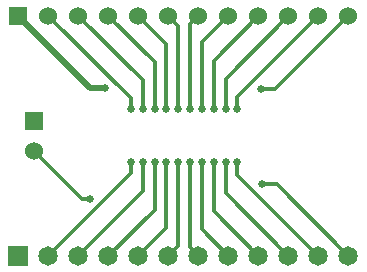
<source format=gbl>
G04 (created by PCBNEW (2013-01-25 BZR 3922)-testing) date Sat 26 Jan 2013 09:44:33 AM CET*
%MOIN*%
G04 Gerber Fmt 3.4, Leading zero omitted, Abs format*
%FSLAX34Y34*%
G01*
G70*
G90*
G04 APERTURE LIST*
%ADD10C,2.3622e-06*%
%ADD11R,0.06X0.06*%
%ADD12C,0.06*%
%ADD13R,0.065X0.065*%
%ADD14C,0.065*%
%ADD15C,0.025*%
%ADD16C,0.012*%
%ADD17C,0.02*%
G04 APERTURE END LIST*
G54D10*
G54D11*
X56025Y-44500D03*
G54D12*
X56025Y-45500D03*
G54D13*
X55500Y-49000D03*
G54D14*
X56500Y-49000D03*
X57500Y-49000D03*
X58500Y-49000D03*
X59500Y-49000D03*
X60500Y-49000D03*
X61500Y-49000D03*
X62500Y-49000D03*
X63500Y-49000D03*
X64500Y-49000D03*
X65500Y-49000D03*
X66500Y-49000D03*
G54D11*
X55500Y-41000D03*
G54D12*
X56500Y-41000D03*
X57500Y-41000D03*
X58500Y-41000D03*
X59500Y-41000D03*
X60500Y-41000D03*
X61500Y-41000D03*
X62500Y-41000D03*
X63500Y-41000D03*
X64500Y-41000D03*
X65500Y-41000D03*
X66500Y-41000D03*
G54D15*
X59645Y-45866D03*
X60039Y-44094D03*
X60039Y-45866D03*
X60433Y-45866D03*
X60826Y-45866D03*
X62401Y-44094D03*
X62007Y-44094D03*
X61614Y-44094D03*
X61220Y-44094D03*
X60826Y-44094D03*
X60433Y-44094D03*
X61220Y-45866D03*
X61614Y-45866D03*
X62007Y-45866D03*
X62401Y-45866D03*
X62795Y-45866D03*
X63622Y-46614D03*
X63600Y-43450D03*
X62795Y-44094D03*
X59251Y-44094D03*
X59251Y-45866D03*
X59645Y-44094D03*
X57900Y-47100D03*
X58400Y-43400D03*
G54D16*
X59645Y-46854D02*
X57500Y-49000D01*
X59645Y-45866D02*
X59645Y-46854D01*
X60039Y-42539D02*
X58500Y-41000D01*
X60039Y-44094D02*
X60039Y-42539D01*
X60039Y-47460D02*
X58500Y-49000D01*
X60039Y-45866D02*
X60039Y-47460D01*
X60433Y-48066D02*
X59500Y-49000D01*
X60433Y-45866D02*
X60433Y-48066D01*
X60826Y-48673D02*
X60500Y-49000D01*
X60826Y-45866D02*
X60826Y-48673D01*
X62401Y-43098D02*
X64500Y-41000D01*
X62401Y-44094D02*
X62401Y-43098D01*
X62007Y-42492D02*
X63500Y-41000D01*
X62007Y-44094D02*
X62007Y-42492D01*
X61614Y-41885D02*
X62500Y-41000D01*
X61614Y-44094D02*
X61614Y-41885D01*
X61220Y-41279D02*
X61500Y-41000D01*
X61220Y-44094D02*
X61220Y-41279D01*
X60826Y-41326D02*
X60500Y-41000D01*
X60826Y-44094D02*
X60826Y-41326D01*
X60433Y-41933D02*
X59500Y-41000D01*
X60433Y-44094D02*
X60433Y-41933D01*
X61220Y-48720D02*
X61500Y-49000D01*
X61220Y-45866D02*
X61220Y-48720D01*
X61614Y-48114D02*
X62500Y-49000D01*
X61614Y-45866D02*
X61614Y-48114D01*
X62007Y-47507D02*
X63500Y-49000D01*
X62007Y-45866D02*
X62007Y-47507D01*
X62401Y-46901D02*
X64500Y-49000D01*
X62401Y-45866D02*
X62401Y-46901D01*
X62795Y-46295D02*
X65500Y-49000D01*
X62795Y-45866D02*
X62795Y-46295D01*
X64114Y-46614D02*
X66500Y-49000D01*
X63622Y-46614D02*
X64114Y-46614D01*
X63600Y-43450D02*
X64050Y-43450D01*
X64050Y-43450D02*
X66500Y-41000D01*
X62795Y-43704D02*
X65500Y-41000D01*
X62795Y-44094D02*
X62795Y-43704D01*
X59251Y-43751D02*
X56500Y-41000D01*
X59251Y-44094D02*
X59251Y-43751D01*
X59251Y-46248D02*
X56500Y-49000D01*
X59251Y-45866D02*
X59251Y-46248D01*
X59645Y-43145D02*
X57500Y-41000D01*
X59645Y-44094D02*
X59645Y-43145D01*
X57900Y-47100D02*
X57625Y-47100D01*
X57625Y-47100D02*
X56025Y-45500D01*
G54D17*
X58400Y-43400D02*
X57900Y-43400D01*
X57900Y-43400D02*
X55500Y-41000D01*
M02*

</source>
